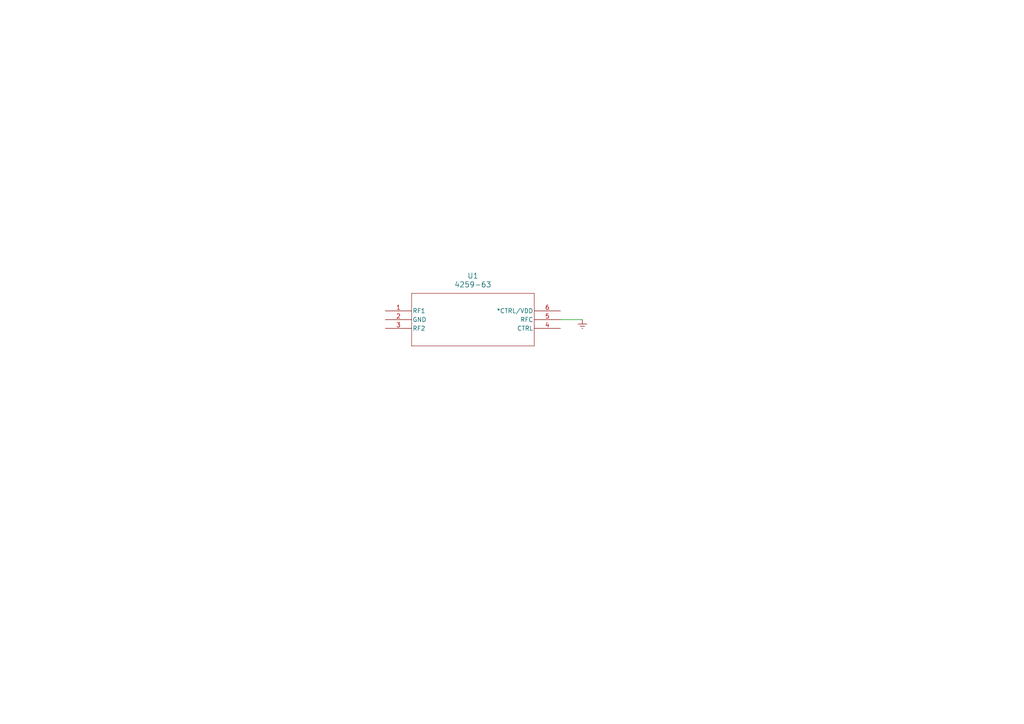
<source format=kicad_sch>
(kicad_sch (version 20230121) (generator eeschema)
  (paper "A4")
  (lib_symbols
    (symbol "2024-06-01_16-31-22:4259-63" (pin_names (offset 0.254))
      (property "Reference" "U" (at 25.4 10.16 0))
      (property "Value" "4259-63" (at 25.4 7.62 0))
      (symbol "4259-63_0_1"
        (polyline (pts (xy 7.62 -10.16) (xy 43.18 -10.16)) (stroke (width 0.127)))
        (polyline (pts (xy 7.62 5.08) (xy 7.62 -10.16)) (stroke (width 0.127)))
        (polyline (pts (xy 43.18 -10.16) (xy 43.18 5.08)) (stroke (width 0.127)))
        (polyline (pts (xy 43.18 5.08) (xy 7.62 5.08)) (stroke (width 0.127)))
        (pin bidirectional line (at 0 0 0) (length 7.62) (name "RF1") (number "1"))
        (pin power_out line (at 0 -2.54 0) (length 7.62) (name "GND") (number "2"))
        (pin bidirectional line (at 0 -5.08 0) (length 7.62) (name "RF2") (number "3"))
        (pin unspecified line (at 50.8 -5.08 180) (length 7.62) (name "CTRL") (number "4"))
        (pin unspecified line (at 50.8 -2.54 180) (length 7.62) (name "RFC") (number "5"))
        (pin power_in line (at 50.8 0 180) (length 7.62) (name "*CTRL/VDD") (number "6"))
      )
    )
    (symbol "power:Earth" (power) (pin_names (offset 0))
      (symbol "Earth_0_1"
        (polyline (pts (xy -0.635 -1.905) (xy 0.635 -1.905)))
        (polyline (pts (xy -0.127 -2.54) (xy 0.127 -2.54)))
        (polyline (pts (xy 0 -1.27) (xy 0 0)))
        (polyline (pts (xy 1.27 -1.27) (xy -1.27 -1.27)))
      )
      (symbol "Earth_1_1"
        (pin power_in line (at 0 0 270) (length 0) hide (name "Earth") (number "1"))
      )
    )
  )
  (wire (pts (xy 162.56 92.71) (xy 168.91 92.71)))
  (symbol (lib_id "power:Earth") (at 168.91 92.71 0) (unit 1)
    (property "Reference" "#PWR01" (effects hide))
    (property "Value" "Earth" (effects hide))
  )
  (symbol (lib_id "2024-06-01_16-31-22:4259-63") (at 111.76 90.17 0) (unit 1)
    (property "Reference" "U1" (at 137.16 80.01 0) (effects (font (size 1.524 1.524))))
    (property "Value" "4259-63" (at 137.16 82.55 0) (effects (font (size 1.524 1.524))))
    (property "Footprint" "SC-70-6_PSM" (effects hide))
    (property "Datasheet" "4259-63" (effects hide))
  )
)
</source>
